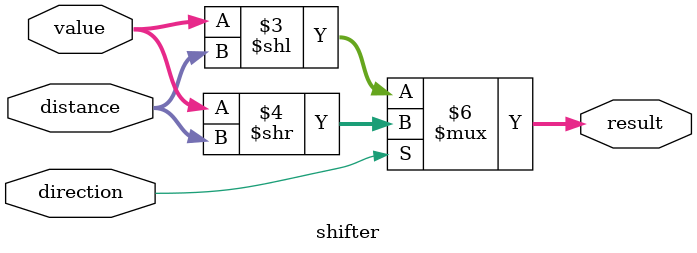
<source format=sv>

module shifter(
	input logic		[63:0]	value,
	input logic					direction, // 0: left, 1: right
	input	logic		[5:0]		distance,
	output logic	[63:0]	result
	);
	
	always_comb begin
		if (direction == 0)
			result = value << distance;
		else
			result = value >> distance;
	end
endmodule
</source>
